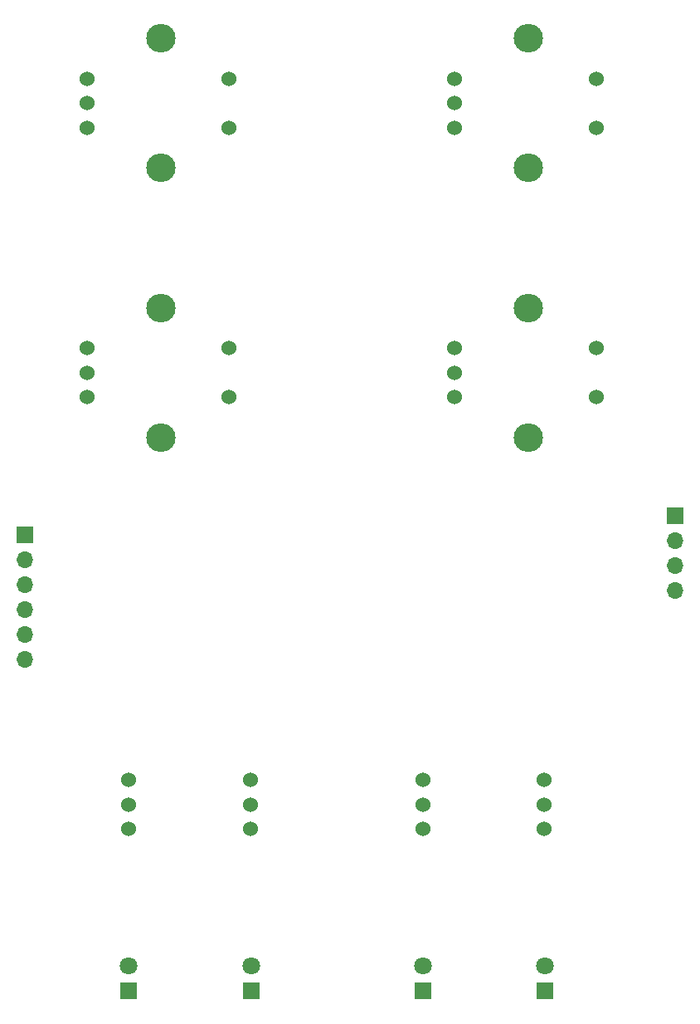
<source format=gbr>
%TF.GenerationSoftware,KiCad,Pcbnew,(6.0.11)*%
%TF.CreationDate,2023-02-27T19:33:45-08:00*%
%TF.ProjectId,IOBoard_ATSAMD21,494f426f-6172-4645-9f41-5453414d4432,rev?*%
%TF.SameCoordinates,Original*%
%TF.FileFunction,Soldermask,Bot*%
%TF.FilePolarity,Negative*%
%FSLAX46Y46*%
G04 Gerber Fmt 4.6, Leading zero omitted, Abs format (unit mm)*
G04 Created by KiCad (PCBNEW (6.0.11)) date 2023-02-27 19:33:45*
%MOMM*%
%LPD*%
G01*
G04 APERTURE LIST*
%ADD10C,1.524000*%
%ADD11R,1.700000X1.700000*%
%ADD12O,1.700000X1.700000*%
%ADD13R,1.800000X1.800000*%
%ADD14C,1.800000*%
%ADD15O,3.000000X2.900000*%
G04 APERTURE END LIST*
D10*
%TO.C,SW1*%
X81600000Y-130500000D03*
X81600000Y-128000000D03*
X81600000Y-133000000D03*
%TD*%
%TO.C,SW2*%
X94005000Y-130500000D03*
X94005000Y-128000000D03*
X94005000Y-133000000D03*
%TD*%
%TO.C,SW3*%
X111600000Y-130500000D03*
X111600000Y-128000000D03*
X111600000Y-133000000D03*
%TD*%
%TO.C,SW4*%
X124005000Y-130500000D03*
X124005000Y-128000000D03*
X124005000Y-133000000D03*
%TD*%
D11*
%TO.C,J1*%
X71000000Y-103020000D03*
D12*
X71000000Y-105560000D03*
X71000000Y-108100000D03*
X71000000Y-110640000D03*
X71000000Y-113180000D03*
X71000000Y-115720000D03*
%TD*%
D13*
%TO.C,D2*%
X94100000Y-149500000D03*
D14*
X94100000Y-146960000D03*
%TD*%
D10*
%TO.C,ENC3*%
X114850000Y-84000000D03*
X114850000Y-89000000D03*
X114850000Y-86500000D03*
X129350000Y-84000000D03*
X129350000Y-89000000D03*
D15*
X122350000Y-93100000D03*
X122350000Y-79900000D03*
%TD*%
D10*
%TO.C,ENC1*%
X77350000Y-56500000D03*
X77350000Y-61500000D03*
X77350000Y-59000000D03*
X91850000Y-56500000D03*
X91850000Y-61500000D03*
D15*
X84850000Y-65600000D03*
X84850000Y-52400000D03*
%TD*%
D13*
%TO.C,D4*%
X124100000Y-149500000D03*
D14*
X124100000Y-146960000D03*
%TD*%
D13*
%TO.C,D3*%
X111600000Y-149500000D03*
D14*
X111600000Y-146960000D03*
%TD*%
D11*
%TO.C,J2*%
X137400000Y-101100000D03*
D12*
X137400000Y-103640000D03*
X137400000Y-106180000D03*
X137400000Y-108720000D03*
%TD*%
D10*
%TO.C,ENC0*%
X77350000Y-84000000D03*
X77350000Y-89000000D03*
X77350000Y-86500000D03*
X91850000Y-84000000D03*
X91850000Y-89000000D03*
D15*
X84850000Y-79900000D03*
X84850000Y-93100000D03*
%TD*%
D13*
%TO.C,D1*%
X81600000Y-149500000D03*
D14*
X81600000Y-146960000D03*
%TD*%
D10*
%TO.C,ENC2*%
X114850000Y-56500000D03*
X114850000Y-61500000D03*
X114850000Y-59000000D03*
X129350000Y-56500000D03*
X129350000Y-61500000D03*
D15*
X122350000Y-65600000D03*
X122350000Y-52400000D03*
%TD*%
M02*

</source>
